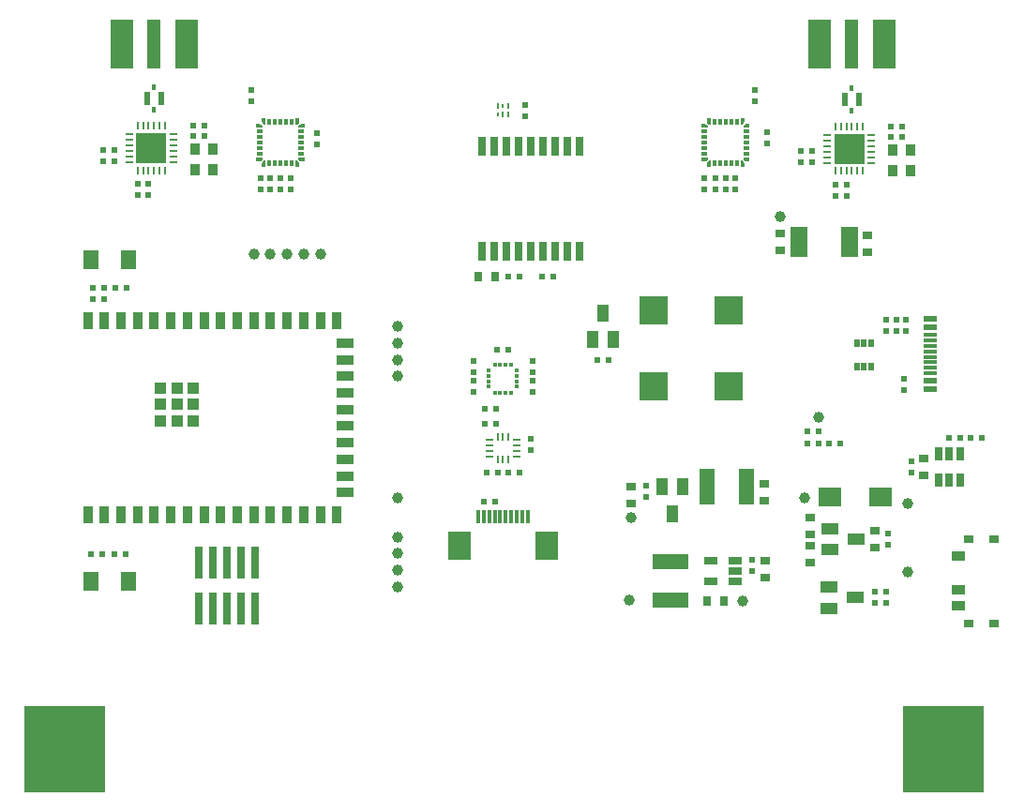
<source format=gbp>
G04*
G04 #@! TF.GenerationSoftware,Altium Limited,Altium Designer,22.1.2 (22)*
G04*
G04 Layer_Color=128*
%FSLAX44Y44*%
%MOMM*%
G71*
G04*
G04 #@! TF.SameCoordinates,DC0EFF74-F3D2-441A-B5B2-ABEB85199A1F*
G04*
G04*
G04 #@! TF.FilePolarity,Positive*
G04*
G01*
G75*
%ADD16R,2.0000X4.5000*%
%ADD42R,0.6096X0.5080*%
%ADD43R,0.5080X0.6096*%
%ADD44R,1.0000X1.5000*%
%ADD45R,2.5000X2.5000*%
%ADD46R,1.4000X1.7000*%
%ADD48R,0.7000X1.8000*%
%ADD49R,0.8000X1.8000*%
%ADD50R,1.1000X1.1000*%
%ADD51R,0.9000X1.5000*%
%ADD52R,1.5000X0.9000*%
%ADD53R,0.3500X0.3000*%
%ADD54R,0.5500X0.3000*%
%ADD55R,0.3000X0.3500*%
%ADD56R,0.3000X0.5500*%
%ADD57R,2.6800X2.6800*%
%ADD58O,0.2200X0.7000*%
%ADD59O,0.7000X0.2200*%
%ADD60R,0.9000X1.0000*%
%ADD61R,0.5500X1.2500*%
%ADD62R,0.3500X0.5500*%
%ADD63R,0.3000X0.4500*%
%ADD64R,0.4500X0.3000*%
%ADD65R,0.6750X0.2500*%
%ADD66R,0.2500X0.6750*%
%ADD67R,0.8890X0.6350*%
%ADD68C,1.0000*%
%ADD69R,0.6350X0.8890*%
%ADD70R,1.2000X0.7000*%
%ADD71R,1.5000X2.8000*%
%ADD72R,3.3000X1.4000*%
%ADD73R,0.7000X1.2000*%
%ADD74R,1.4000X3.3000*%
%ADD75R,1.5000X1.0000*%
%ADD76R,2.0000X1.8000*%
%ADD77R,0.9600X0.8000*%
%ADD78R,1.2500X0.9000*%
%ADD79R,1.2500X0.6000*%
%ADD80R,1.2500X0.3000*%
%ADD81R,0.8000X3.0000*%
%ADD82R,0.5000X0.8000*%
%ADD83R,0.2000X0.5000*%
%ADD84R,0.2000X0.4500*%
%ADD85R,7.3500X7.7700*%
%ADD86R,2.0000X2.5000*%
%ADD87R,0.3000X1.2500*%
%ADD88R,1.2000X4.5000*%
G36*
X232750Y651000D02*
X231250Y649500D01*
X229000D01*
Y652500D01*
X232750D01*
Y651000D01*
D02*
G37*
G36*
X235500Y646000D02*
X232500D01*
Y648250D01*
X234000Y649750D01*
X235500D01*
Y646000D01*
D02*
G37*
G36*
Y682250D02*
X234000D01*
X232500Y683750D01*
Y686000D01*
X235500D01*
Y682250D01*
D02*
G37*
G36*
X232750Y681000D02*
Y679500D01*
X229000D01*
Y682500D01*
X231250D01*
X232750Y681000D01*
D02*
G37*
G36*
X269000Y649500D02*
X266750D01*
X265250Y651000D01*
Y652500D01*
X269000D01*
Y649500D01*
D02*
G37*
G36*
X265500Y648250D02*
Y646000D01*
X262500D01*
Y649750D01*
X264000D01*
X265500Y648250D01*
D02*
G37*
G36*
Y683750D02*
X264000Y682250D01*
X262500D01*
Y686000D01*
X265500D01*
Y683750D01*
D02*
G37*
G36*
X269000Y679500D02*
X265250D01*
Y681000D01*
X266750Y682500D01*
X269000D01*
Y679500D01*
D02*
G37*
G36*
X634750Y651000D02*
X633250Y649500D01*
X631000D01*
Y652500D01*
X634750D01*
Y651000D01*
D02*
G37*
G36*
X637500Y646000D02*
X634500D01*
Y648250D01*
X636000Y649750D01*
X637500D01*
Y646000D01*
D02*
G37*
G36*
Y682250D02*
X636000D01*
X634500Y683750D01*
Y686000D01*
X637500D01*
Y682250D01*
D02*
G37*
G36*
X634750Y681000D02*
Y679500D01*
X631000D01*
Y682500D01*
X633250D01*
X634750Y681000D01*
D02*
G37*
G36*
X671000Y649500D02*
X668750D01*
X667250Y651000D01*
Y652500D01*
X671000D01*
Y649500D01*
D02*
G37*
G36*
X667500Y648250D02*
Y646000D01*
X664500D01*
Y649750D01*
X666000D01*
X667500Y648250D01*
D02*
G37*
G36*
Y683750D02*
X666000Y682250D01*
X664500D01*
Y686000D01*
X667500D01*
Y683750D01*
D02*
G37*
G36*
X671000Y679500D02*
X667250D01*
Y681000D01*
X668750Y682500D01*
X671000D01*
Y679500D01*
D02*
G37*
D16*
X164000Y755000D02*
D03*
X106000D02*
D03*
X794000D02*
D03*
X736000D02*
D03*
D42*
X282000Y674080D02*
D03*
Y663920D02*
D03*
X688000Y675080D02*
D03*
Y664920D02*
D03*
X99000Y648920D02*
D03*
Y659080D02*
D03*
X89000Y648920D02*
D03*
Y659080D02*
D03*
X120000Y618920D02*
D03*
Y629080D02*
D03*
X130000Y618920D02*
D03*
Y629080D02*
D03*
X786000Y260080D02*
D03*
Y249920D02*
D03*
X477000Y451080D02*
D03*
Y440920D02*
D03*
X423000Y469080D02*
D03*
Y458920D02*
D03*
X477000D02*
D03*
Y469080D02*
D03*
X423000Y451080D02*
D03*
Y440920D02*
D03*
X475000Y387920D02*
D03*
Y398080D02*
D03*
X651000Y634080D02*
D03*
Y623920D02*
D03*
X660000Y634080D02*
D03*
Y623920D02*
D03*
X632000Y634080D02*
D03*
Y623920D02*
D03*
X677000Y713080D02*
D03*
Y702920D02*
D03*
X642000Y634080D02*
D03*
Y623920D02*
D03*
X760000Y628330D02*
D03*
Y618170D02*
D03*
X750000Y628330D02*
D03*
Y618170D02*
D03*
X719000Y658330D02*
D03*
Y648170D02*
D03*
X729000Y658330D02*
D03*
Y648170D02*
D03*
X223000Y713080D02*
D03*
Y702920D02*
D03*
X240000Y634080D02*
D03*
Y623920D02*
D03*
X249000Y634080D02*
D03*
Y623920D02*
D03*
X258000Y634080D02*
D03*
Y623920D02*
D03*
X231000Y634080D02*
D03*
Y623920D02*
D03*
X796000Y260080D02*
D03*
Y249920D02*
D03*
X675000Y289080D02*
D03*
Y278920D02*
D03*
X819000Y378080D02*
D03*
Y367920D02*
D03*
X579000Y345920D02*
D03*
Y356080D02*
D03*
X798000Y302920D02*
D03*
Y313080D02*
D03*
X805000Y506080D02*
D03*
Y495920D02*
D03*
X812000Y442920D02*
D03*
Y453080D02*
D03*
X814000Y506080D02*
D03*
Y495920D02*
D03*
X796000D02*
D03*
Y506080D02*
D03*
X470000Y689920D02*
D03*
Y700080D02*
D03*
D43*
X534920Y470000D02*
D03*
X545080D02*
D03*
X109080Y294000D02*
D03*
X98920D02*
D03*
X169920Y681000D02*
D03*
X180080D02*
D03*
Y672000D02*
D03*
X169920D02*
D03*
X444080Y412000D02*
D03*
X433920D02*
D03*
X434920Y368000D02*
D03*
X445080D02*
D03*
X465080D02*
D03*
X454920D02*
D03*
X455080Y479000D02*
D03*
X444920D02*
D03*
X444080Y426000D02*
D03*
X433920D02*
D03*
X799920Y671250D02*
D03*
X810080D02*
D03*
X799920Y680250D02*
D03*
X810080D02*
D03*
X871920Y399000D02*
D03*
X882080D02*
D03*
X852920D02*
D03*
X863080D02*
D03*
X743920Y394000D02*
D03*
X754080D02*
D03*
X724920Y405000D02*
D03*
X735080D02*
D03*
Y394000D02*
D03*
X724920D02*
D03*
X88080Y294000D02*
D03*
X77920D02*
D03*
X90080Y535000D02*
D03*
X79920D02*
D03*
X90080Y525000D02*
D03*
X79920D02*
D03*
X110080Y535000D02*
D03*
X99920D02*
D03*
X454920Y545000D02*
D03*
X465080D02*
D03*
X495080D02*
D03*
X484920D02*
D03*
X432920Y342000D02*
D03*
X443080D02*
D03*
D44*
X530500Y488000D02*
D03*
X549500D02*
D03*
X540000Y512000D02*
D03*
X603000Y331000D02*
D03*
X593500Y355000D02*
D03*
X612500D02*
D03*
D45*
X654000Y445500D02*
D03*
Y514500D02*
D03*
X586000Y445500D02*
D03*
Y514500D02*
D03*
D46*
X78000Y269998D02*
D03*
X112000D02*
D03*
Y559998D02*
D03*
X78000D02*
D03*
D48*
X519000Y662500D02*
D03*
X431000D02*
D03*
Y567500D02*
D03*
X519000D02*
D03*
D49*
X508000Y662500D02*
D03*
X497000D02*
D03*
X486000D02*
D03*
X475000D02*
D03*
X464000D02*
D03*
X453000D02*
D03*
X442000D02*
D03*
Y567500D02*
D03*
X453000D02*
D03*
X464000D02*
D03*
X475000D02*
D03*
X486000D02*
D03*
X497000D02*
D03*
X508000D02*
D03*
D50*
X155500Y429400D02*
D03*
Y444400D02*
D03*
Y414400D02*
D03*
X170500Y444400D02*
D03*
Y429400D02*
D03*
Y414400D02*
D03*
X140500Y444400D02*
D03*
Y429400D02*
D03*
Y414400D02*
D03*
D51*
X75000Y505000D02*
D03*
X90000D02*
D03*
X105000D02*
D03*
X120000D02*
D03*
X135000D02*
D03*
X150000D02*
D03*
X165000D02*
D03*
X180000D02*
D03*
X195000D02*
D03*
X210000D02*
D03*
X225000D02*
D03*
X240000D02*
D03*
X255000D02*
D03*
X270000D02*
D03*
X285000D02*
D03*
X300000D02*
D03*
X75000Y330000D02*
D03*
X90000D02*
D03*
X105000D02*
D03*
X120000D02*
D03*
X135000D02*
D03*
X150000D02*
D03*
X165000D02*
D03*
X180000D02*
D03*
X195000D02*
D03*
X210000D02*
D03*
X225000D02*
D03*
X240000D02*
D03*
X255000D02*
D03*
X270000D02*
D03*
X285000D02*
D03*
X300000D02*
D03*
D52*
X307500Y485000D02*
D03*
Y470000D02*
D03*
Y455000D02*
D03*
Y440000D02*
D03*
Y425000D02*
D03*
Y410000D02*
D03*
Y395000D02*
D03*
Y380000D02*
D03*
Y365000D02*
D03*
Y350000D02*
D03*
D53*
X671000Y651000D02*
D03*
Y681000D02*
D03*
X631000D02*
D03*
Y651000D02*
D03*
X269000D02*
D03*
Y681000D02*
D03*
X229000D02*
D03*
Y651000D02*
D03*
D54*
X670000Y656000D02*
D03*
Y661000D02*
D03*
Y666000D02*
D03*
Y671000D02*
D03*
Y676000D02*
D03*
X632000D02*
D03*
Y671000D02*
D03*
Y666000D02*
D03*
Y661000D02*
D03*
Y656000D02*
D03*
X268000D02*
D03*
Y661000D02*
D03*
Y666000D02*
D03*
Y671000D02*
D03*
Y676000D02*
D03*
X230000D02*
D03*
Y671000D02*
D03*
Y666000D02*
D03*
Y661000D02*
D03*
Y656000D02*
D03*
D55*
X666000Y686000D02*
D03*
X636000D02*
D03*
Y646000D02*
D03*
X666000D02*
D03*
X264000Y686000D02*
D03*
X234000D02*
D03*
Y646000D02*
D03*
X264000D02*
D03*
D56*
X661000Y685000D02*
D03*
X656000D02*
D03*
X651000D02*
D03*
X646000D02*
D03*
X641000D02*
D03*
Y647000D02*
D03*
X646000D02*
D03*
X651000D02*
D03*
X656000D02*
D03*
X661000D02*
D03*
X259000Y685000D02*
D03*
X254000D02*
D03*
X249000D02*
D03*
X244000D02*
D03*
X239000D02*
D03*
Y647000D02*
D03*
X244000D02*
D03*
X249000D02*
D03*
X254000D02*
D03*
X259000D02*
D03*
D57*
X132500Y661000D02*
D03*
X762500Y660250D02*
D03*
D58*
X145000Y681000D02*
D03*
X140000D02*
D03*
X135000D02*
D03*
X130000D02*
D03*
X125000D02*
D03*
X120000D02*
D03*
Y641000D02*
D03*
X125000D02*
D03*
X130000D02*
D03*
X135000D02*
D03*
X140000D02*
D03*
X145000D02*
D03*
X775000Y640250D02*
D03*
X770000D02*
D03*
X765000D02*
D03*
X760000D02*
D03*
X755000D02*
D03*
X750000D02*
D03*
Y680250D02*
D03*
X755000D02*
D03*
X760000D02*
D03*
X765000D02*
D03*
X770000D02*
D03*
X775000D02*
D03*
D59*
X112500Y673500D02*
D03*
Y668500D02*
D03*
Y663500D02*
D03*
Y658500D02*
D03*
Y653500D02*
D03*
Y648500D02*
D03*
X152500D02*
D03*
Y653500D02*
D03*
Y658500D02*
D03*
Y663500D02*
D03*
Y668500D02*
D03*
Y673500D02*
D03*
X782500Y672750D02*
D03*
Y667750D02*
D03*
Y662750D02*
D03*
Y657750D02*
D03*
Y652750D02*
D03*
Y647750D02*
D03*
X742500D02*
D03*
Y652750D02*
D03*
Y657750D02*
D03*
Y662750D02*
D03*
Y667750D02*
D03*
Y672750D02*
D03*
D60*
X172125Y660250D02*
D03*
X187875Y641750D02*
D03*
X172125D02*
D03*
X187875Y660250D02*
D03*
X817875Y659500D02*
D03*
X802125Y641000D02*
D03*
X817875D02*
D03*
X802125Y659500D02*
D03*
D61*
X128500Y706000D02*
D03*
X141500D02*
D03*
X771500Y705250D02*
D03*
X758500D02*
D03*
D62*
X135000Y716250D02*
D03*
Y695750D02*
D03*
X765000Y695000D02*
D03*
Y715500D02*
D03*
D63*
X452500Y440250D02*
D03*
X447500D02*
D03*
X442500D02*
D03*
Y465750D02*
D03*
X447500D02*
D03*
X457500D02*
D03*
X452500D02*
D03*
X457500Y440250D02*
D03*
D64*
X437250Y445500D02*
D03*
Y450500D02*
D03*
Y455500D02*
D03*
Y460500D02*
D03*
X462750Y460500D02*
D03*
Y455500D02*
D03*
Y450500D02*
D03*
Y445500D02*
D03*
D65*
X437375Y397500D02*
D03*
Y392500D02*
D03*
Y387500D02*
D03*
Y382500D02*
D03*
X462625D02*
D03*
Y387500D02*
D03*
Y392500D02*
D03*
Y397500D02*
D03*
D66*
X450000Y400040D02*
D03*
X445000D02*
D03*
X455000D02*
D03*
Y379960D02*
D03*
X445000D02*
D03*
X450000D02*
D03*
D67*
X700000Y583620D02*
D03*
Y568380D02*
D03*
X779000Y582620D02*
D03*
Y567380D02*
D03*
X687000Y273380D02*
D03*
Y288620D02*
D03*
X830000Y365380D02*
D03*
Y380620D02*
D03*
X686000Y342380D02*
D03*
Y357620D02*
D03*
X566000Y355620D02*
D03*
Y340380D02*
D03*
X727000Y312380D02*
D03*
Y327620D02*
D03*
X786000Y315620D02*
D03*
Y300380D02*
D03*
X727000Y286380D02*
D03*
Y301620D02*
D03*
D68*
X270000Y565000D02*
D03*
X285000D02*
D03*
X355000Y485000D02*
D03*
Y310000D02*
D03*
Y500000D02*
D03*
Y295000D02*
D03*
Y470000D02*
D03*
Y280000D02*
D03*
Y265000D02*
D03*
X815000Y340000D02*
D03*
X700000Y599000D02*
D03*
X355000Y345000D02*
D03*
Y455000D02*
D03*
X225000Y565000D02*
D03*
X240000D02*
D03*
X255000D02*
D03*
X815000Y278000D02*
D03*
X666000Y252000D02*
D03*
X564000Y253000D02*
D03*
X722000Y345000D02*
D03*
X566000Y327000D02*
D03*
X735000Y418000D02*
D03*
D69*
X649620Y252000D02*
D03*
X634380D02*
D03*
X427380Y545000D02*
D03*
X442620D02*
D03*
D70*
X660000Y269500D02*
D03*
Y288500D02*
D03*
X638000Y288500D02*
D03*
Y269500D02*
D03*
X660000Y279000D02*
D03*
D71*
X762500Y576000D02*
D03*
X717500D02*
D03*
D72*
X601000Y287500D02*
D03*
Y252500D02*
D03*
D73*
X843500Y361000D02*
D03*
X862500D02*
D03*
Y385000D02*
D03*
X853000D02*
D03*
X843500D02*
D03*
X853000Y361000D02*
D03*
D74*
X669500Y355000D02*
D03*
X634500D02*
D03*
D75*
X768000Y255000D02*
D03*
X744000Y245500D02*
D03*
Y264500D02*
D03*
X769000Y308000D02*
D03*
X745000Y298500D02*
D03*
Y317500D02*
D03*
D76*
Y346000D02*
D03*
X791000D02*
D03*
D77*
X893350Y232000D02*
D03*
X870650D02*
D03*
X893350Y308000D02*
D03*
X870650D02*
D03*
D78*
X861250Y247500D02*
D03*
Y262500D02*
D03*
Y292500D02*
D03*
D79*
X835750Y443000D02*
D03*
Y451000D02*
D03*
Y499000D02*
D03*
Y507000D02*
D03*
D80*
Y457500D02*
D03*
Y462500D02*
D03*
Y467500D02*
D03*
Y472500D02*
D03*
Y477500D02*
D03*
Y482500D02*
D03*
Y487500D02*
D03*
Y492500D02*
D03*
D81*
X175000Y287000D02*
D03*
Y245000D02*
D03*
X187700Y287000D02*
D03*
Y245000D02*
D03*
X200400Y287000D02*
D03*
Y245000D02*
D03*
X213100Y287000D02*
D03*
Y245000D02*
D03*
X225800Y287000D02*
D03*
Y245000D02*
D03*
D82*
X782500Y484500D02*
D03*
X769500D02*
D03*
X775999Y463500D02*
D03*
X782500D02*
D03*
X769500D02*
D03*
X776001Y484500D02*
D03*
D83*
X445000Y698750D02*
D03*
X455000D02*
D03*
Y691250D02*
D03*
X450000D02*
D03*
D84*
Y698750D02*
D03*
X445000Y691250D02*
D03*
D85*
X847190Y117830D02*
D03*
X54590D02*
D03*
D86*
X489400Y302125D02*
D03*
X410600D02*
D03*
D87*
X427500Y327875D02*
D03*
X432500D02*
D03*
X437500D02*
D03*
X442500D02*
D03*
X447500D02*
D03*
X452500D02*
D03*
X457500D02*
D03*
X462500D02*
D03*
X467500D02*
D03*
X472500D02*
D03*
D88*
X135000Y755000D02*
D03*
X765000D02*
D03*
M02*

</source>
